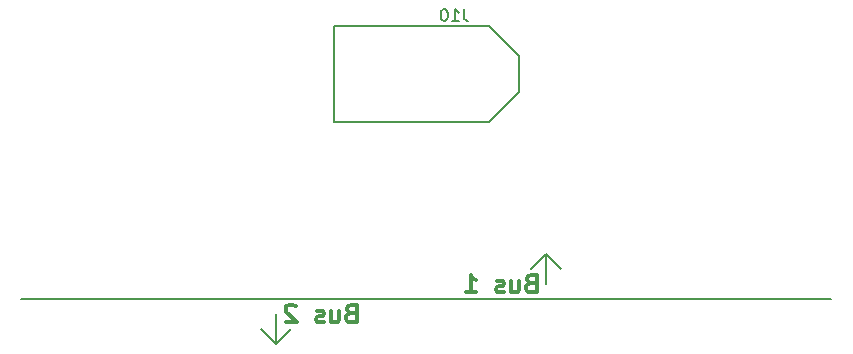
<source format=gbr>
G04 #@! TF.FileFunction,Legend,Bot*
%FSLAX46Y46*%
G04 Gerber Fmt 4.6, Leading zero omitted, Abs format (unit mm)*
G04 Created by KiCad (PCBNEW 4.0.6) date 01/26/19 15:00:27*
%MOMM*%
%LPD*%
G01*
G04 APERTURE LIST*
%ADD10C,0.100000*%
%ADD11C,0.300000*%
%ADD12C,0.200000*%
%ADD13C,0.150000*%
%ADD14R,2.100000X2.100000*%
%ADD15O,2.100000X2.100000*%
%ADD16R,1.668000X1.668000*%
%ADD17C,1.668000*%
%ADD18C,3.600000*%
%ADD19C,6.115000*%
G04 APERTURE END LIST*
D10*
D11*
X136576285Y-108096857D02*
X136361999Y-108168286D01*
X136290571Y-108239714D01*
X136219142Y-108382571D01*
X136219142Y-108596857D01*
X136290571Y-108739714D01*
X136361999Y-108811143D01*
X136504857Y-108882571D01*
X137076285Y-108882571D01*
X137076285Y-107382571D01*
X136576285Y-107382571D01*
X136433428Y-107454000D01*
X136361999Y-107525429D01*
X136290571Y-107668286D01*
X136290571Y-107811143D01*
X136361999Y-107954000D01*
X136433428Y-108025429D01*
X136576285Y-108096857D01*
X137076285Y-108096857D01*
X134933428Y-107882571D02*
X134933428Y-108882571D01*
X135576285Y-107882571D02*
X135576285Y-108668286D01*
X135504857Y-108811143D01*
X135361999Y-108882571D01*
X135147714Y-108882571D01*
X135004857Y-108811143D01*
X134933428Y-108739714D01*
X134290571Y-108811143D02*
X134147714Y-108882571D01*
X133861999Y-108882571D01*
X133719142Y-108811143D01*
X133647714Y-108668286D01*
X133647714Y-108596857D01*
X133719142Y-108454000D01*
X133861999Y-108382571D01*
X134076285Y-108382571D01*
X134219142Y-108311143D01*
X134290571Y-108168286D01*
X134290571Y-108096857D01*
X134219142Y-107954000D01*
X134076285Y-107882571D01*
X133861999Y-107882571D01*
X133719142Y-107954000D01*
X131933428Y-107525429D02*
X131861999Y-107454000D01*
X131719142Y-107382571D01*
X131361999Y-107382571D01*
X131219142Y-107454000D01*
X131147713Y-107525429D01*
X131076285Y-107668286D01*
X131076285Y-107811143D01*
X131147713Y-108025429D01*
X132004856Y-108882571D01*
X131076285Y-108882571D01*
X151816285Y-105556857D02*
X151601999Y-105628286D01*
X151530571Y-105699714D01*
X151459142Y-105842571D01*
X151459142Y-106056857D01*
X151530571Y-106199714D01*
X151601999Y-106271143D01*
X151744857Y-106342571D01*
X152316285Y-106342571D01*
X152316285Y-104842571D01*
X151816285Y-104842571D01*
X151673428Y-104914000D01*
X151601999Y-104985429D01*
X151530571Y-105128286D01*
X151530571Y-105271143D01*
X151601999Y-105414000D01*
X151673428Y-105485429D01*
X151816285Y-105556857D01*
X152316285Y-105556857D01*
X150173428Y-105342571D02*
X150173428Y-106342571D01*
X150816285Y-105342571D02*
X150816285Y-106128286D01*
X150744857Y-106271143D01*
X150601999Y-106342571D01*
X150387714Y-106342571D01*
X150244857Y-106271143D01*
X150173428Y-106199714D01*
X149530571Y-106271143D02*
X149387714Y-106342571D01*
X149101999Y-106342571D01*
X148959142Y-106271143D01*
X148887714Y-106128286D01*
X148887714Y-106056857D01*
X148959142Y-105914000D01*
X149101999Y-105842571D01*
X149316285Y-105842571D01*
X149459142Y-105771143D01*
X149530571Y-105628286D01*
X149530571Y-105556857D01*
X149459142Y-105414000D01*
X149316285Y-105342571D01*
X149101999Y-105342571D01*
X148959142Y-105414000D01*
X146316285Y-106342571D02*
X147173428Y-106342571D01*
X146744856Y-106342571D02*
X146744856Y-104842571D01*
X146887713Y-105056857D01*
X147030571Y-105199714D01*
X147173428Y-105271143D01*
D12*
X153162000Y-103124000D02*
X151892000Y-104394000D01*
X153162000Y-103124000D02*
X154432000Y-104394000D01*
X153162000Y-105664000D02*
X153162000Y-103124000D01*
X129032000Y-109474000D02*
X130302000Y-110744000D01*
X130302000Y-110744000D02*
X131572000Y-109474000D01*
X130302000Y-108204000D02*
X130302000Y-110744000D01*
X177292000Y-106934000D02*
X108712000Y-106934000D01*
D13*
X148329650Y-83820000D02*
X135134350Y-83820000D01*
X150869650Y-86360000D02*
X148329650Y-83820000D01*
X150869650Y-89408000D02*
X150869650Y-86360000D01*
X148329650Y-91948000D02*
X150869650Y-89408000D01*
X135134350Y-91948000D02*
X148329650Y-91948000D01*
X135134350Y-91948000D02*
X135134350Y-83820000D01*
X146164523Y-82365381D02*
X146164523Y-83079667D01*
X146212143Y-83222524D01*
X146307381Y-83317762D01*
X146450238Y-83365381D01*
X146545476Y-83365381D01*
X145164523Y-83365381D02*
X145735952Y-83365381D01*
X145450238Y-83365381D02*
X145450238Y-82365381D01*
X145545476Y-82508238D01*
X145640714Y-82603476D01*
X145735952Y-82651095D01*
X144545476Y-82365381D02*
X144450237Y-82365381D01*
X144354999Y-82413000D01*
X144307380Y-82460619D01*
X144259761Y-82555857D01*
X144212142Y-82746333D01*
X144212142Y-82984429D01*
X144259761Y-83174905D01*
X144307380Y-83270143D01*
X144354999Y-83317762D01*
X144450237Y-83365381D01*
X144545476Y-83365381D01*
X144640714Y-83317762D01*
X144688333Y-83270143D01*
X144735952Y-83174905D01*
X144783571Y-82984429D01*
X144783571Y-82746333D01*
X144735952Y-82555857D01*
X144688333Y-82460619D01*
X144640714Y-82413000D01*
X144545476Y-82365381D01*
%LPC*%
D12*
X177292000Y-81280000D02*
X108712000Y-81280000D01*
D14*
X144526000Y-66040000D03*
D15*
X147066000Y-66040000D03*
D14*
X111506000Y-73660000D03*
D15*
X111506000Y-76200000D03*
D14*
X119126000Y-73660000D03*
D15*
X119126000Y-76200000D03*
D14*
X126746000Y-73660000D03*
D15*
X126746000Y-76200000D03*
D14*
X134366000Y-73660000D03*
D15*
X134366000Y-76200000D03*
D14*
X141986000Y-73660000D03*
D15*
X141986000Y-76200000D03*
D14*
X149606000Y-73660000D03*
D15*
X149606000Y-76200000D03*
D16*
X162814000Y-77089000D03*
D17*
X160274000Y-75819000D03*
X162814000Y-74549000D03*
X160274000Y-73279000D03*
X162814000Y-72009000D03*
X160274000Y-70739000D03*
X162814000Y-69469000D03*
X160274000Y-68199000D03*
D18*
X169164000Y-78359000D03*
X169164000Y-66929000D03*
D19*
X146361150Y-87884000D03*
X139490450Y-87884000D03*
X146361150Y-113284000D03*
X139490450Y-113284000D03*
X165042850Y-113284000D03*
X171913550Y-113284000D03*
X114242850Y-125984000D03*
X121113550Y-125984000D03*
X139642850Y-125984000D03*
X146513550Y-125984000D03*
X165042850Y-125984000D03*
X171913550Y-125984000D03*
X119322850Y-100584000D03*
X126193550Y-100584000D03*
X114242850Y-113284000D03*
X121113550Y-113284000D03*
X159962850Y-100584000D03*
X166833550Y-100584000D03*
X139642850Y-100584000D03*
X146513550Y-100584000D03*
X119322850Y-87884000D03*
X126193550Y-87884000D03*
X159962850Y-87884000D03*
X166833550Y-87884000D03*
M02*

</source>
